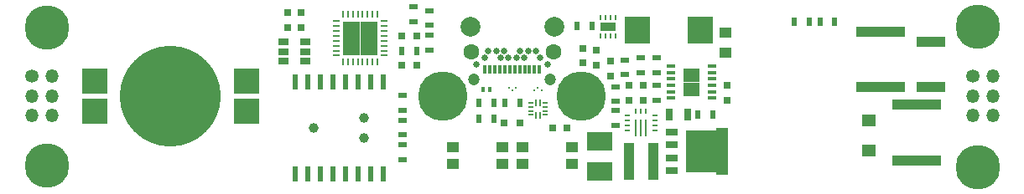
<source format=gbr>
G04 #@! TF.GenerationSoftware,KiCad,Pcbnew,(5.0.0)*
G04 #@! TF.CreationDate,2018-10-02T18:18:03-07:00*
G04 #@! TF.ProjectId,nixie_bottom_board,6E697869655F626F74746F6D5F626F61,rev?*
G04 #@! TF.SameCoordinates,Original*
G04 #@! TF.FileFunction,Soldermask,Top*
G04 #@! TF.FilePolarity,Negative*
%FSLAX46Y46*%
G04 Gerber Fmt 4.6, Leading zero omitted, Abs format (unit mm)*
G04 Created by KiCad (PCBNEW (5.0.0)) date 10/02/18 18:18:03*
%MOMM*%
%LPD*%
G01*
G04 APERTURE LIST*
%ADD10R,0.500000X0.900000*%
%ADD11R,1.725000X1.725000*%
%ADD12R,0.250000X0.700000*%
%ADD13R,0.700000X0.250000*%
%ADD14R,1.000000X3.800000*%
%ADD15R,0.750000X0.800000*%
%ADD16C,10.200000*%
%ADD17R,2.500000X2.500000*%
%ADD18R,0.800000X0.800000*%
%ADD19C,1.200000*%
%ADD20C,0.650000*%
%ADD21C,2.000000*%
%ADD22C,1.600000*%
%ADD23R,0.300000X0.900000*%
%ADD24R,0.800000X0.750000*%
%ADD25C,0.990600*%
%ADD26R,0.600000X1.500000*%
%ADD27C,1.350000*%
%ADD28O,1.350000X1.350000*%
%ADD29R,0.200000X0.700000*%
%ADD30R,0.500000X0.200000*%
%ADD31R,0.250000X1.800000*%
%ADD32R,0.600000X0.250000*%
%ADD33R,0.250000X0.600000*%
%ADD34R,1.300000X1.000000*%
%ADD35R,0.200000X0.200000*%
%ADD36R,0.300000X0.550000*%
%ADD37R,2.550000X2.700000*%
%ADD38R,2.500000X1.950000*%
%ADD39R,1.150000X0.700000*%
%ADD40R,3.300000X4.200000*%
%ADD41R,1.300000X4.700000*%
%ADD42R,1.250000X1.000000*%
%ADD43R,3.000000X1.000000*%
%ADD44R,5.000000X1.000000*%
%ADD45R,0.900000X0.500000*%
%ADD46C,0.800000*%
%ADD47C,4.500000*%
%ADD48C,5.000000*%
%ADD49R,0.700000X1.300000*%
%ADD50R,1.060000X0.650000*%
%ADD51R,0.825000X0.712500*%
%ADD52R,0.890000X0.420000*%
%ADD53R,1.400000X1.200000*%
%ADD54R,0.250000X0.500000*%
%ADD55R,1.600000X0.900000*%
G04 APERTURE END LIST*
D10*
G04 #@! TO.C,R20*
X182550000Y-92500000D03*
X181050000Y-92500000D03*
G04 #@! TD*
G04 #@! TO.C,R21*
X179950000Y-92500000D03*
X178450000Y-92500000D03*
G04 #@! TD*
D11*
G04 #@! TO.C,U2*
X135512500Y-95012500D03*
X135512500Y-93287500D03*
X133787500Y-95012500D03*
X133787500Y-93287500D03*
D12*
X136400000Y-96550000D03*
X135900000Y-96550000D03*
X135400000Y-96550000D03*
X134900000Y-96550000D03*
X134400000Y-96550000D03*
X133900000Y-96550000D03*
X133400000Y-96550000D03*
X132900000Y-96550000D03*
D13*
X132250000Y-95900000D03*
X132250000Y-95400000D03*
X132250000Y-94900000D03*
X132250000Y-94400000D03*
X132250000Y-93900000D03*
X132250000Y-93400000D03*
X132250000Y-92900000D03*
X132250000Y-92400000D03*
D12*
X132900000Y-91750000D03*
X133400000Y-91750000D03*
X133900000Y-91750000D03*
X134400000Y-91750000D03*
X134900000Y-91750000D03*
X135400000Y-91750000D03*
X135900000Y-91750000D03*
X136400000Y-91750000D03*
D13*
X137050000Y-92400000D03*
X137050000Y-92900000D03*
X137050000Y-93400000D03*
X137050000Y-93900000D03*
X137050000Y-94400000D03*
X137050000Y-94900000D03*
X137050000Y-95400000D03*
X137050000Y-95900000D03*
G04 #@! TD*
D14*
G04 #@! TO.C,L1*
X164200000Y-106600000D03*
X161800000Y-106600000D03*
G04 #@! TD*
D15*
G04 #@! TO.C,C17*
X157100000Y-95150000D03*
X157100000Y-96650000D03*
G04 #@! TD*
D16*
G04 #@! TO.C,BT1*
X115500000Y-100000000D03*
D17*
X107850000Y-101550000D03*
X107850000Y-98450000D03*
X123150000Y-101550000D03*
X123150000Y-98450000D03*
G04 #@! TD*
D18*
G04 #@! TO.C,D5*
X150800000Y-102700000D03*
X149200000Y-102700000D03*
G04 #@! TD*
D10*
G04 #@! TO.C,R13*
X148150000Y-102300000D03*
X146650000Y-102300000D03*
G04 #@! TD*
D19*
G04 #@! TO.C,J1*
X146155000Y-98310000D03*
X153845000Y-98310000D03*
D20*
X152400000Y-95410000D03*
X151600000Y-95410000D03*
X150800000Y-95410000D03*
X149200000Y-95410000D03*
X148400000Y-95410000D03*
X147600000Y-95410000D03*
X152800000Y-96110000D03*
X151200000Y-96110000D03*
X150400000Y-96110000D03*
X149600000Y-96110000D03*
X148800000Y-96110000D03*
X147200000Y-96110000D03*
X153600000Y-96760000D03*
X146400000Y-96760000D03*
D21*
X154220000Y-92995000D03*
X145780000Y-92995000D03*
D22*
X145870000Y-95510000D03*
D23*
X147750000Y-97330000D03*
X149250000Y-97330000D03*
X148750000Y-97330000D03*
X148250000Y-97330000D03*
X147250000Y-97330000D03*
X149750000Y-97330000D03*
X150250000Y-97330000D03*
X150750000Y-97330000D03*
X151250000Y-97330000D03*
X151750000Y-97330000D03*
X152250000Y-97330000D03*
X152750000Y-97330000D03*
D22*
X154130000Y-95510000D03*
G04 #@! TD*
D24*
G04 #@! TO.C,C12*
X138850000Y-96900000D03*
X140350000Y-96900000D03*
G04 #@! TD*
G04 #@! TO.C,C13*
X140350000Y-93900000D03*
X138850000Y-93900000D03*
G04 #@! TD*
D25*
G04 #@! TO.C,J2*
X135040000Y-102184000D03*
X135040000Y-104216000D03*
X129960000Y-103200000D03*
G04 #@! TD*
D26*
G04 #@! TO.C,U4*
X136945000Y-98550000D03*
X135675000Y-98550000D03*
X134405000Y-98550000D03*
X133135000Y-98550000D03*
X131865000Y-98550000D03*
X130595000Y-98550000D03*
X129325000Y-98550000D03*
X128055000Y-98550000D03*
X128055000Y-107850000D03*
X129325000Y-107850000D03*
X130595000Y-107850000D03*
X131865000Y-107850000D03*
X133135000Y-107850000D03*
X134405000Y-107850000D03*
X135675000Y-107850000D03*
X136945000Y-107850000D03*
G04 #@! TD*
D10*
G04 #@! TO.C,R1*
X149250000Y-100700000D03*
X150750000Y-100700000D03*
G04 #@! TD*
D27*
G04 #@! TO.C,J4*
X101500000Y-98000000D03*
D28*
X103500000Y-98000000D03*
X101500000Y-100000000D03*
X103500000Y-100000000D03*
X101500000Y-102000000D03*
X103500000Y-102000000D03*
G04 #@! TD*
D27*
G04 #@! TO.C,J3*
X196500000Y-98000000D03*
D28*
X198500000Y-98000000D03*
X196500000Y-100000000D03*
X198500000Y-100000000D03*
X196500000Y-102000000D03*
X198500000Y-102000000D03*
G04 #@! TD*
D29*
G04 #@! TO.C,U1*
X152800000Y-100650000D03*
X152400000Y-100650000D03*
D30*
X151850000Y-100700000D03*
X151850000Y-101100000D03*
X151850000Y-101500000D03*
X151850000Y-101900000D03*
D29*
X152400000Y-101950000D03*
X152800000Y-101950000D03*
D30*
X153350000Y-101900000D03*
X153350000Y-101500000D03*
X153350000Y-101100000D03*
X153350000Y-100700000D03*
G04 #@! TD*
D31*
G04 #@! TO.C,U3*
X162500000Y-103250000D03*
X163000000Y-103250000D03*
X163500000Y-103250000D03*
D32*
X164400000Y-103450000D03*
X164400000Y-102950000D03*
X164400000Y-102450000D03*
X164400000Y-101950000D03*
D33*
X163500000Y-101550000D03*
X163000000Y-101550000D03*
X162500000Y-101550000D03*
D32*
X161600000Y-101950000D03*
X161600000Y-102450000D03*
X161600000Y-102950000D03*
X161600000Y-103450000D03*
G04 #@! TD*
D34*
G04 #@! TO.C,SW1*
X149000000Y-106850000D03*
X149000000Y-105150000D03*
X144000000Y-105140000D03*
X144000000Y-106850000D03*
G04 #@! TD*
G04 #@! TO.C,SW2*
X156000000Y-106850000D03*
X156000000Y-105150000D03*
X151000000Y-105140000D03*
X151000000Y-106850000D03*
G04 #@! TD*
D35*
G04 #@! TO.C,D2*
X152940000Y-99450000D03*
X152260000Y-99450000D03*
X152600000Y-99150000D03*
G04 #@! TD*
G04 #@! TO.C,D3*
X149660000Y-99150000D03*
X150340000Y-99150000D03*
X150000000Y-99450000D03*
G04 #@! TD*
D36*
G04 #@! TO.C,D1*
X147050000Y-99300000D03*
X147750000Y-99300000D03*
G04 #@! TD*
D15*
G04 #@! TO.C,C16*
X127300000Y-91550000D03*
X127300000Y-93050000D03*
G04 #@! TD*
D10*
G04 #@! TO.C,R3*
X146650000Y-100700000D03*
X148150000Y-100700000D03*
G04 #@! TD*
D24*
G04 #@! TO.C,C3*
X163250000Y-100400000D03*
X161750000Y-100400000D03*
G04 #@! TD*
D37*
G04 #@! TO.C,C1*
X162650000Y-93300000D03*
X169000000Y-93300000D03*
G04 #@! TD*
D38*
G04 #@! TO.C,C11*
X158800000Y-104575000D03*
X158800000Y-107625000D03*
G04 #@! TD*
D39*
G04 #@! TO.C,Q1*
X166100000Y-107510000D03*
D40*
X169135000Y-105600000D03*
D41*
X171200000Y-105600000D03*
D39*
X166100000Y-106240000D03*
X166100000Y-103690000D03*
X166100000Y-104960000D03*
G04 #@! TD*
D15*
G04 #@! TO.C,C15*
X128700000Y-91550000D03*
X128700000Y-93050000D03*
G04 #@! TD*
D24*
G04 #@! TO.C,C14*
X155550000Y-103200000D03*
X154050000Y-103200000D03*
G04 #@! TD*
D15*
G04 #@! TO.C,C2*
X158500000Y-95350000D03*
X158500000Y-96850000D03*
G04 #@! TD*
D24*
G04 #@! TO.C,C6*
X163250000Y-98900000D03*
X161750000Y-98900000D03*
G04 #@! TD*
D42*
G04 #@! TO.C,C4*
X171500000Y-95600000D03*
X171500000Y-93600000D03*
G04 #@! TD*
D43*
G04 #@! TO.C,C9*
X192300000Y-99100000D03*
X192300000Y-94500000D03*
G04 #@! TD*
D44*
G04 #@! TO.C,C8*
X190800000Y-100900000D03*
X190800000Y-106500000D03*
G04 #@! TD*
D45*
G04 #@! TO.C,R19*
X138900000Y-101450000D03*
X138900000Y-99950000D03*
G04 #@! TD*
D10*
G04 #@! TO.C,R18*
X140350000Y-95400000D03*
X138850000Y-95400000D03*
G04 #@! TD*
D45*
G04 #@! TO.C,R17*
X160400000Y-99050000D03*
X160400000Y-100550000D03*
G04 #@! TD*
G04 #@! TO.C,R16*
X160400000Y-101450000D03*
X160400000Y-102950000D03*
G04 #@! TD*
D46*
G04 #@! TO.C,MH1*
X104237437Y-91862563D03*
X104750000Y-93100000D03*
X104237437Y-94337437D03*
X103000000Y-94850000D03*
X101762563Y-94337437D03*
X101250000Y-93100000D03*
X101762563Y-91862563D03*
X103000000Y-91350000D03*
D47*
X103000000Y-93100000D03*
G04 #@! TD*
G04 #@! TO.C,MH2*
X103000000Y-107000000D03*
D46*
X103000000Y-105250000D03*
X101762563Y-105762563D03*
X101250000Y-107000000D03*
X101762563Y-108237437D03*
X103000000Y-108750000D03*
X104237437Y-108237437D03*
X104750000Y-107000000D03*
X104237437Y-105762563D03*
G04 #@! TD*
G04 #@! TO.C,MH3*
X198237437Y-91762563D03*
X198750000Y-93000000D03*
X198237437Y-94237437D03*
X197000000Y-94750000D03*
X195762563Y-94237437D03*
X195250000Y-93000000D03*
X195762563Y-91762563D03*
X197000000Y-91250000D03*
D47*
X197000000Y-93000000D03*
G04 #@! TD*
G04 #@! TO.C,MH4*
X197000000Y-107200000D03*
D46*
X197000000Y-105450000D03*
X195762563Y-105962563D03*
X195250000Y-107200000D03*
X195762563Y-108437437D03*
X197000000Y-108950000D03*
X198237437Y-108437437D03*
X198750000Y-107200000D03*
X198237437Y-105962563D03*
G04 #@! TD*
D48*
G04 #@! TO.C,MH6*
X157000000Y-100000000D03*
D46*
X158875000Y-100000000D03*
X158325825Y-101325825D03*
X157000000Y-101875000D03*
X155674175Y-101325825D03*
X155125000Y-100000000D03*
X155674175Y-98674175D03*
X157000000Y-98125000D03*
X158325825Y-98674175D03*
G04 #@! TD*
G04 #@! TO.C,MH5*
X144325825Y-98674175D03*
X143000000Y-98125000D03*
X141674175Y-98674175D03*
X141125000Y-100000000D03*
X141674175Y-101325825D03*
X143000000Y-101875000D03*
X144325825Y-101325825D03*
X144875000Y-100000000D03*
D48*
X143000000Y-100000000D03*
G04 #@! TD*
D15*
G04 #@! TO.C,C5*
X159900000Y-96450000D03*
X159900000Y-97950000D03*
G04 #@! TD*
G04 #@! TO.C,C7*
X171700000Y-100450000D03*
X171700000Y-98950000D03*
G04 #@! TD*
D45*
G04 #@! TO.C,R9*
X163000000Y-96150000D03*
X163000000Y-97650000D03*
G04 #@! TD*
G04 #@! TO.C,R6*
X164600000Y-100450000D03*
X164600000Y-98950000D03*
G04 #@! TD*
G04 #@! TO.C,R7*
X161400000Y-96350000D03*
X161400000Y-97850000D03*
G04 #@! TD*
G04 #@! TO.C,R5*
X138900000Y-104950000D03*
X138900000Y-106450000D03*
G04 #@! TD*
G04 #@! TO.C,R2*
X141600000Y-95350000D03*
X141600000Y-93850000D03*
G04 #@! TD*
D10*
G04 #@! TO.C,R8*
X168750000Y-101900000D03*
X170250000Y-101900000D03*
G04 #@! TD*
D45*
G04 #@! TO.C,R10*
X164600000Y-97650000D03*
X164600000Y-96150000D03*
G04 #@! TD*
D44*
G04 #@! TO.C,C10*
X187200000Y-93500000D03*
X187200000Y-99100000D03*
G04 #@! TD*
D45*
G04 #@! TO.C,R4*
X138900000Y-103950000D03*
X138900000Y-102450000D03*
G04 #@! TD*
D49*
G04 #@! TO.C,R11*
X167750000Y-101900000D03*
X165850000Y-101900000D03*
G04 #@! TD*
D50*
G04 #@! TO.C,U5*
X126900000Y-94550000D03*
X126900000Y-95500000D03*
X126900000Y-96450000D03*
X129100000Y-96450000D03*
X129100000Y-94550000D03*
X129100000Y-95500000D03*
G04 #@! TD*
D51*
G04 #@! TO.C,U6*
X167687500Y-97531250D03*
X167687500Y-98243750D03*
X167687500Y-98956250D03*
X167687500Y-99668750D03*
X168512500Y-97531250D03*
X168512500Y-98243750D03*
X168512500Y-98956250D03*
X168512500Y-99668750D03*
D52*
X170205000Y-96975000D03*
X170205000Y-97625000D03*
X170205000Y-98275000D03*
X170205000Y-98925000D03*
X170205000Y-99575000D03*
X170205000Y-100225000D03*
X165995000Y-100225000D03*
X165995000Y-99575000D03*
X165995000Y-98925000D03*
X165995000Y-98275000D03*
X165995000Y-97625000D03*
X165995000Y-96975000D03*
G04 #@! TD*
D53*
G04 #@! TO.C,D4*
X186000000Y-105550000D03*
X186000000Y-102450000D03*
G04 #@! TD*
D45*
G04 #@! TO.C,R12*
X141600000Y-92850000D03*
X141600000Y-91350000D03*
G04 #@! TD*
D10*
G04 #@! TO.C,R14*
X156550000Y-92900000D03*
X158050000Y-92900000D03*
G04 #@! TD*
D45*
G04 #@! TO.C,R15*
X140000000Y-92450000D03*
X140000000Y-90950000D03*
G04 #@! TD*
D54*
G04 #@! TO.C,U7*
X159950000Y-92050000D03*
X160450000Y-92050000D03*
X160450000Y-93950000D03*
X159450000Y-93950000D03*
X158950000Y-93950000D03*
D55*
X159700000Y-93000000D03*
D54*
X158950000Y-92050000D03*
X159450000Y-92050000D03*
X159950000Y-93950000D03*
G04 #@! TD*
M02*

</source>
